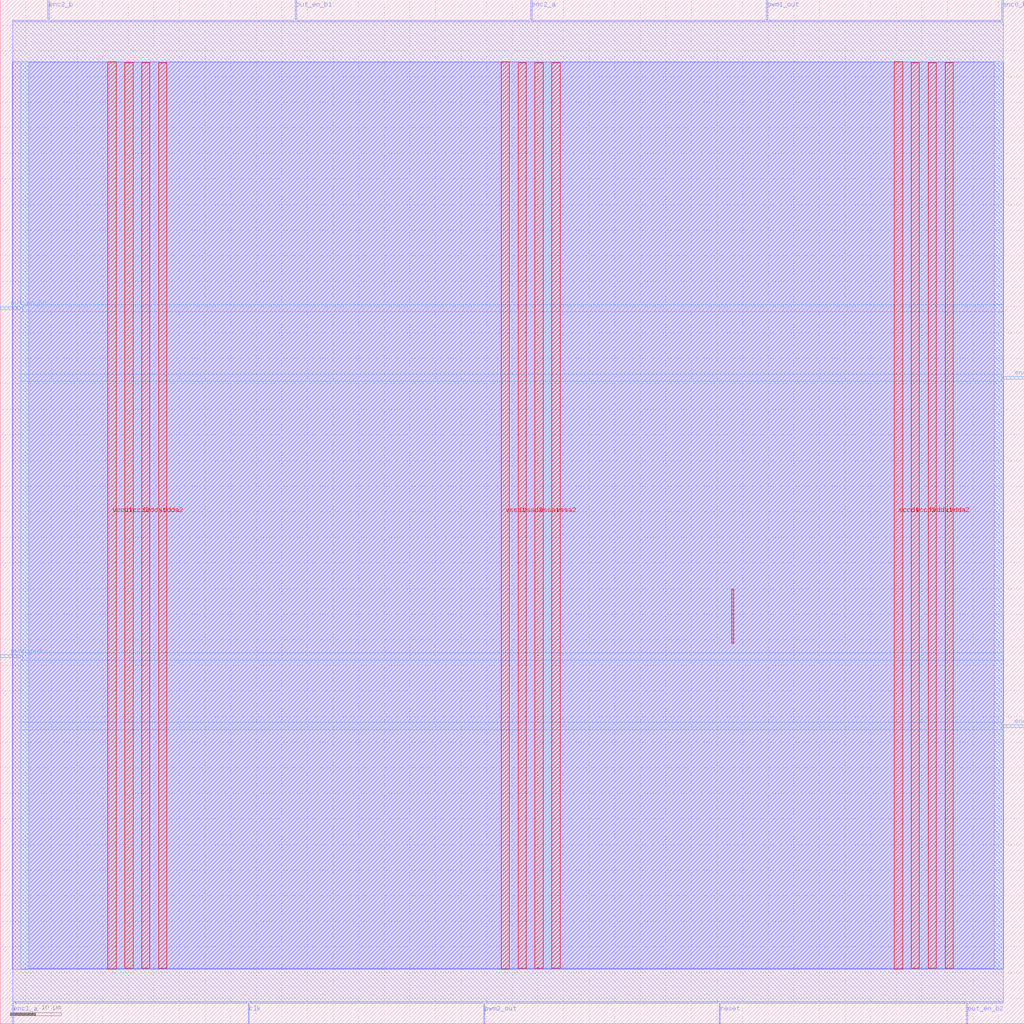
<source format=lef>
VERSION 5.7 ;
  NOWIREEXTENSIONATPIN ON ;
  DIVIDERCHAR "/" ;
  BUSBITCHARS "[]" ;
MACRO rgb_mixer
  CLASS BLOCK ;
  FOREIGN rgb_mixer ;
  ORIGIN 0.000 0.000 ;
  SIZE 200.000 BY 200.000 ;
  PIN clk
    DIRECTION INPUT ;
    USE SIGNAL ;
    PORT
      LAYER met2 ;
        RECT 48.390 0.000 48.670 4.000 ;
    END
  END clk
  PIN enc0_a
    DIRECTION INPUT ;
    USE SIGNAL ;
    PORT
      LAYER met3 ;
        RECT 196.000 125.840 200.000 126.440 ;
    END
  END enc0_a
  PIN enc0_b
    DIRECTION INPUT ;
    USE SIGNAL ;
    PORT
      LAYER met2 ;
        RECT 195.590 196.000 195.870 200.000 ;
    END
  END enc0_b
  PIN enc1_a
    DIRECTION INPUT ;
    USE SIGNAL ;
    PORT
      LAYER met2 ;
        RECT 2.390 0.000 2.670 4.000 ;
    END
  END enc1_a
  PIN enc1_b
    DIRECTION INPUT ;
    USE SIGNAL ;
    PORT
      LAYER met3 ;
        RECT 196.000 57.840 200.000 58.440 ;
    END
  END enc1_b
  PIN enc2_a
    DIRECTION INPUT ;
    USE SIGNAL ;
    PORT
      LAYER met2 ;
        RECT 103.590 196.000 103.870 200.000 ;
    END
  END enc2_a
  PIN enc2_b
    DIRECTION INPUT ;
    USE SIGNAL ;
    PORT
      LAYER met2 ;
        RECT 9.290 196.000 9.570 200.000 ;
    END
  END enc2_b
  PIN out_en_b0
    DIRECTION OUTPUT TRISTATE ;
    USE SIGNAL ;
    PORT
      LAYER met3 ;
        RECT 0.000 139.440 4.000 140.040 ;
    END
  END out_en_b0
  PIN out_en_b1
    DIRECTION OUTPUT TRISTATE ;
    USE SIGNAL ;
    PORT
      LAYER met2 ;
        RECT 57.590 196.000 57.870 200.000 ;
    END
  END out_en_b1
  PIN out_en_b2
    DIRECTION OUTPUT TRISTATE ;
    USE SIGNAL ;
    PORT
      LAYER met2 ;
        RECT 188.690 0.000 188.970 4.000 ;
    END
  END out_en_b2
  PIN pwm0_out
    DIRECTION OUTPUT TRISTATE ;
    USE SIGNAL ;
    PORT
      LAYER met3 ;
        RECT 0.000 71.440 4.000 72.040 ;
    END
  END pwm0_out
  PIN pwm1_out
    DIRECTION OUTPUT TRISTATE ;
    USE SIGNAL ;
    PORT
      LAYER met2 ;
        RECT 149.590 196.000 149.870 200.000 ;
    END
  END pwm1_out
  PIN pwm2_out
    DIRECTION OUTPUT TRISTATE ;
    USE SIGNAL ;
    PORT
      LAYER met2 ;
        RECT 94.390 0.000 94.670 4.000 ;
    END
  END pwm2_out
  PIN reset
    DIRECTION INPUT ;
    USE SIGNAL ;
    PORT
      LAYER met2 ;
        RECT 140.390 0.000 140.670 4.000 ;
    END
  END reset
  PIN vccd1
    DIRECTION INOUT ;
    USE POWER ;
    PORT
      LAYER met4 ;
        RECT 174.640 10.640 176.240 187.920 ;
    END
  END vccd1
  PIN vccd1
    DIRECTION INOUT ;
    USE POWER ;
    PORT
      LAYER met4 ;
        RECT 21.040 10.640 22.640 187.920 ;
    END
  END vccd1
  PIN vssd1
    DIRECTION INOUT ;
    USE GROUND ;
    PORT
      LAYER met4 ;
        RECT 97.840 10.640 99.440 187.920 ;
    END
  END vssd1
  PIN vccd2
    DIRECTION INOUT ;
    USE POWER ;
    PORT
      LAYER met4 ;
        RECT 177.940 10.880 179.540 187.680 ;
    END
  END vccd2
  PIN vccd2
    DIRECTION INOUT ;
    USE POWER ;
    PORT
      LAYER met4 ;
        RECT 24.340 10.880 25.940 187.680 ;
    END
  END vccd2
  PIN vssd2
    DIRECTION INOUT ;
    USE GROUND ;
    PORT
      LAYER met4 ;
        RECT 101.140 10.880 102.740 187.680 ;
    END
  END vssd2
  PIN vdda1
    DIRECTION INOUT ;
    USE POWER ;
    PORT
      LAYER met4 ;
        RECT 181.240 10.880 182.840 187.680 ;
    END
  END vdda1
  PIN vdda1
    DIRECTION INOUT ;
    USE POWER ;
    PORT
      LAYER met4 ;
        RECT 27.640 10.880 29.240 187.680 ;
    END
  END vdda1
  PIN vssa1
    DIRECTION INOUT ;
    USE GROUND ;
    PORT
      LAYER met4 ;
        RECT 104.440 10.880 106.040 187.680 ;
    END
  END vssa1
  PIN vdda2
    DIRECTION INOUT ;
    USE POWER ;
    PORT
      LAYER met4 ;
        RECT 184.540 10.880 186.140 187.680 ;
    END
  END vdda2
  PIN vdda2
    DIRECTION INOUT ;
    USE POWER ;
    PORT
      LAYER met4 ;
        RECT 30.940 10.880 32.540 187.680 ;
    END
  END vdda2
  PIN vssa2
    DIRECTION INOUT ;
    USE GROUND ;
    PORT
      LAYER met4 ;
        RECT 107.740 10.880 109.340 187.680 ;
    END
  END vssa2
  OBS
      LAYER li1 ;
        RECT 5.520 10.795 194.120 187.765 ;
      LAYER met1 ;
        RECT 2.370 10.640 195.890 187.920 ;
      LAYER met2 ;
        RECT 2.400 195.720 9.010 196.000 ;
        RECT 9.850 195.720 57.310 196.000 ;
        RECT 58.150 195.720 103.310 196.000 ;
        RECT 104.150 195.720 149.310 196.000 ;
        RECT 150.150 195.720 195.310 196.000 ;
        RECT 2.400 4.280 195.860 195.720 ;
        RECT 2.950 4.000 48.110 4.280 ;
        RECT 48.950 4.000 94.110 4.280 ;
        RECT 94.950 4.000 140.110 4.280 ;
        RECT 140.950 4.000 188.410 4.280 ;
        RECT 189.250 4.000 195.860 4.280 ;
      LAYER met3 ;
        RECT 4.000 140.440 196.000 187.845 ;
        RECT 4.400 139.040 196.000 140.440 ;
        RECT 4.000 126.840 196.000 139.040 ;
        RECT 4.000 125.440 195.600 126.840 ;
        RECT 4.000 72.440 196.000 125.440 ;
        RECT 4.400 71.040 196.000 72.440 ;
        RECT 4.000 58.840 196.000 71.040 ;
        RECT 4.000 57.440 195.600 58.840 ;
        RECT 4.000 10.715 196.000 57.440 ;
      LAYER met4 ;
        RECT 142.895 74.295 143.225 84.825 ;
  END
END rgb_mixer
END LIBRARY


</source>
